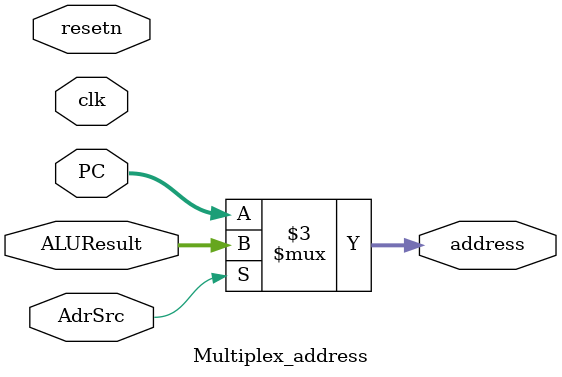
<source format=v>
module Multiplex_address(clk, resetn, PC, ALUResult, AdrSrc, address);
input clk, resetn;
input AdrSrc;
input [31:0] PC, ALUResult;
output reg [31:0] address;
 
always @ (*)
begin
	
	if(AdrSrc) begin
	   address = ALUResult;
	end
	else begin
	   address = PC;
	end
end 
endmodule

</source>
